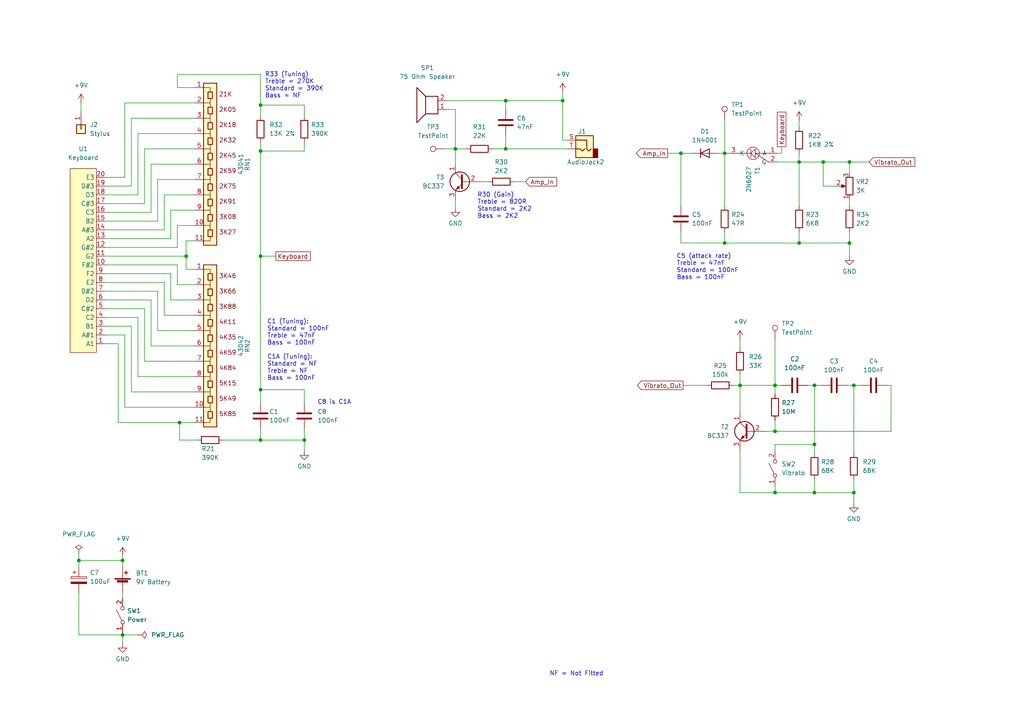
<source format=kicad_sch>
(kicad_sch (version 20211123) (generator eeschema)
  (paper "A4")
  (title_block (title "Original 1968 Stylophone") (date "2023-01-31") (rev "2_1") (company "https://www.waitingforfriday.com") (comment 1 "(c) 2023 Simon Inns") (comment 2 "License: Attribution-ShareAlike 4.0 International (CC BY-SA 4.0)"))
  (lib_symbols
    (symbol "Connector:AudioJack2"
      (property "Reference" "J" (at 0 8.89 0))
      (property "Value" "AudioJack2" (at 0 6.35 0))
      (symbol "AudioJack2_0_1"
        (rectangle (start -3.81 0) (end -2.54 -2.54) (stroke (width 0.254)) (fill (type outline)))
        (rectangle (start -2.54 3.81) (end 2.54 -2.54) (stroke (width 0.254)) (fill (type background)))
        (polyline (pts (xy 0 0) (xy 0.635 -0.635) (xy 1.27 0) (xy 2.54 0)) (stroke (width 0.254)))
        (polyline (pts (xy 2.54 2.54) (xy -0.635 2.54) (xy -0.635 0) (xy -1.27 -0.635) (xy -1.905 0)) (stroke (width 0.254)))
      )
      (symbol "AudioJack2_1_1"
        (pin passive line (at 5.08 2.54 180) (length 2.54) (name "~") (number "S"))
        (pin passive line (at 5.08 0 180) (length 2.54) (name "~") (number "T"))
      )
    )
    (symbol "Connector:TestPoint" (pin_numbers hide) (pin_names (offset 0.762) hide)
      (property "Reference" "TP" (at 0 6.858 0))
      (property "Value" "TestPoint" (at 0 5.08 0))
      (symbol "TestPoint_0_1"
        (circle (center 0 3.302) (radius 0.762))
      )
      (symbol "TestPoint_1_1"
        (pin passive line (at 0 0 90) (length 2.54) (name "1") (number "1"))
      )
    )
    (symbol "Connector_Generic:Conn_01x01" (pin_names (offset 1.016) hide)
      (property "Reference" "J" (at 0 2.54 0))
      (property "Value" "Conn_01x01" (at 0 -2.54 0))
      (symbol "Conn_01x01_1_1"
        (rectangle (start -1.27 0.127) (end 0 -0.127) (stroke (width 0.1524)))
        (rectangle (start -1.27 1.27) (end 1.27 -1.27) (stroke (width 0.254)) (fill (type background)))
        (pin passive line (at -5.08 0 0) (length 3.81) (name "Pin_1") (number "1"))
      )
    )
    (symbol "Device:Battery_Cell" (pin_numbers hide) (pin_names (offset 0) hide)
      (property "Reference" "BT" (at 2.54 2.54 0))
      (property "Value" "Battery_Cell" (at 2.54 0 0))
      (symbol "Battery_Cell_0_1"
        (rectangle (start -2.286 1.778) (end 2.286 1.524) (fill (type outline)))
        (rectangle (start -1.5748 1.1938) (end 1.4732 0.6858) (fill (type outline)))
        (polyline (pts (xy 0 0.762) (xy 0 0)))
        (polyline (pts (xy 0 1.778) (xy 0 2.54)))
        (polyline (pts (xy 0.508 3.429) (xy 1.524 3.429)) (stroke (width 0.254)))
        (polyline (pts (xy 1.016 3.937) (xy 1.016 2.921)) (stroke (width 0.254)))
      )
      (symbol "Battery_Cell_1_1"
        (pin passive line (at 0 5.08 270) (length 2.54) (name "+") (number "1"))
        (pin passive line (at 0 -2.54 90) (length 2.54) (name "-") (number "2"))
      )
    )
    (symbol "Device:C" (pin_numbers hide) (pin_names (offset 0.254))
      (property "Reference" "C" (at 0.635 2.54 0))
      (property "Value" "C" (at 0.635 -2.54 0))
      (symbol "C_0_1"
        (polyline (pts (xy -2.032 -0.762) (xy 2.032 -0.762)) (stroke (width 0.508)))
        (polyline (pts (xy -2.032 0.762) (xy 2.032 0.762)) (stroke (width 0.508)))
      )
      (symbol "C_1_1"
        (pin passive line (at 0 3.81 270) (length 2.794) (name "~") (number "1"))
        (pin passive line (at 0 -3.81 90) (length 2.794) (name "~") (number "2"))
      )
    )
    (symbol "Device:C_Polarized" (pin_numbers hide) (pin_names (offset 0.254))
      (property "Reference" "C" (at 0.635 2.54 0))
      (property "Value" "C_Polarized" (at 0.635 -2.54 0))
      (symbol "C_Polarized_0_1"
        (rectangle (start -2.286 0.508) (end 2.286 1.016))
        (polyline (pts (xy -1.778 2.286) (xy -0.762 2.286)))
        (polyline (pts (xy -1.27 2.794) (xy -1.27 1.778)))
        (rectangle (start 2.286 -0.508) (end -2.286 -1.016) (fill (type outline)))
      )
      (symbol "C_Polarized_1_1"
        (pin passive line (at 0 3.81 270) (length 2.794) (name "~") (number "1"))
        (pin passive line (at 0 -3.81 90) (length 2.794) (name "~") (number "2"))
      )
    )
    (symbol "Device:R" (pin_numbers hide) (pin_names (offset 0))
      (property "Reference" "R" (at 2.032 0 90))
      (property "Value" "R" (at 0 0 90))
      (symbol "R_0_1"
        (rectangle (start -1.016 -2.54) (end 1.016 2.54) (stroke (width 0.254)))
      )
      (symbol "R_1_1"
        (pin passive line (at 0 3.81 270) (length 1.27) (name "~") (number "1"))
        (pin passive line (at 0 -3.81 90) (length 1.27) (name "~") (number "2"))
      )
    )
    (symbol "Device:R_Potentiometer" (pin_names (offset 1.016) hide)
      (property "Reference" "RV" (at -4.445 0 90))
      (property "Value" "R_Potentiometer" (at -2.54 0 90))
      (symbol "R_Potentiometer_0_1"
        (polyline (pts (xy 2.54 0) (xy 1.524 0)))
        (polyline (pts (xy 1.143 0) (xy 2.286 0.508) (xy 2.286 -0.508) (xy 1.143 0)) (fill (type outline)))
        (rectangle (start 1.016 2.54) (end -1.016 -2.54) (stroke (width 0.254)))
      )
      (symbol "R_Potentiometer_1_1"
        (pin passive line (at 0 3.81 270) (length 1.27) (name "1") (number "1"))
        (pin passive line (at 3.81 0 180) (length 1.27) (name "2") (number "2"))
        (pin passive line (at 0 -3.81 90) (length 1.27) (name "3") (number "3"))
      )
    )
    (symbol "Device:Speaker" (pin_names (offset 0) hide)
      (property "Reference" "LS" (at 1.27 5.715 0))
      (property "Value" "Speaker" (at 1.27 3.81 0))
      (symbol "Speaker_0_0"
        (rectangle (start -2.54 1.27) (end 1.016 -3.81) (stroke (width 0.254)))
        (polyline (pts (xy 1.016 1.27) (xy 3.556 3.81) (xy 3.556 -6.35) (xy 1.016 -3.81)) (stroke (width 0.254)))
      )
      (symbol "Speaker_1_1"
        (pin input line (at -5.08 0 0) (length 2.54) (name "1") (number "1"))
        (pin input line (at -5.08 -2.54 0) (length 2.54) (name "2") (number "2"))
      )
    )
    (symbol "Diode:1N4001" (pin_numbers hide) (pin_names hide)
      (property "Reference" "D" (at 0 2.54 0))
      (property "Value" "1N4001" (at 0 -2.54 0))
      (symbol "1N4001_0_1"
        (polyline (pts (xy -1.27 1.27) (xy -1.27 -1.27)) (stroke (width 0.254)))
        (polyline (pts (xy 1.27 0) (xy -1.27 0)))
        (polyline (pts (xy 1.27 1.27) (xy 1.27 -1.27) (xy -1.27 0) (xy 1.27 1.27)) (stroke (width 0.254)))
      )
      (symbol "1N4001_1_1"
        (pin passive line (at -3.81 0 0) (length 2.54) (name "K") (number "1"))
        (pin passive line (at 3.81 0 180) (length 2.54) (name "A") (number "2"))
      )
    )
    (symbol "PUT:2N6027"
      (property "Reference" "U" (at 0 0 0))
      (property "Value" "2N6027" (at 0 0 0))
      (symbol "2N6027_0_1"
        (circle (center -0.635 0) (radius 1.7961))
        (polyline (pts (xy -5.08 0) (xy -2.54 0)))
        (polyline (pts (xy -1.27 0) (xy -2.54 0)))
        (polyline (pts (xy -1.27 1.27) (xy -1.27 -1.27)))
        (polyline (pts (xy 0 0) (xy 1.27 0)))
        (polyline (pts (xy 1.27 0) (xy 3.81 0)))
        (polyline (pts (xy 3.81 2.54) (xy 0 0)))
        (polyline (pts (xy -1.27 0) (xy 0 1.27) (xy 0 -1.27) (xy -1.27 0)))
      )
      (symbol "2N6027_1_1"
        (pin passive line (at 6.35 0 180) (length 2.54) (name "A") (number "1"))
        (pin passive line (at 6.35 2.54 180) (length 2.54) (name "G") (number "2"))
        (pin passive line (at -7.62 0 0) (length 2.54) (name "K") (number "3"))
      )
    )
    (symbol "Stylophone:Keyboard"
      (property "Reference" "U" (at -3.81 26.67 0))
      (property "Value" "Keyboard" (at 0 29.21 0))
      (symbol "Keyboard_0_1"
        (rectangle (start -3.81 25.4) (end 3.81 -27.94) (fill (type background)))
      )
      (symbol "Keyboard_1_1"
        (pin passive line (at -6.35 22.86 0) (length 2.54) (name "A1") (number "1"))
        (pin passive line (at -6.35 0 0) (length 2.54) (name "F#2") (number "10"))
        (pin passive line (at -6.35 -2.54 0) (length 2.54) (name "G2") (number "11"))
        (pin passive line (at -6.35 -5.08 0) (length 2.54) (name "G#2") (number "12"))
        (pin passive line (at -6.35 -7.62 0) (length 2.54) (name "A2") (number "13"))
        (pin passive line (at -6.35 -10.16 0) (length 2.54) (name "A#3") (number "14"))
        (pin passive line (at -6.35 -12.7 0) (length 2.54) (name "B2") (number "15"))
        (pin passive line (at -6.35 -15.24 0) (length 2.54) (name "C3") (number "16"))
        (pin passive line (at -6.35 -17.78 0) (length 2.54) (name "C#3") (number "17"))
        (pin passive line (at -6.35 -20.32 0) (length 2.54) (name "D3") (number "18"))
        (pin passive line (at -6.35 -22.86 0) (length 2.54) (name "D#3") (number "19"))
        (pin passive line (at -6.35 20.32 0) (length 2.54) (name "A#1") (number "2"))
        (pin passive line (at -6.35 -25.4 0) (length 2.54) (name "E3") (number "20"))
        (pin passive line (at -6.35 17.78 0) (length 2.54) (name "B1") (number "3"))
        (pin passive line (at -6.35 15.24 0) (length 2.54) (name "C2") (number "4"))
        (pin passive line (at -6.35 12.7 0) (length 2.54) (name "C#2") (number "5"))
        (pin passive line (at -6.35 10.16 0) (length 2.54) (name "D2") (number "6"))
        (pin passive line (at -6.35 7.62 0) (length 2.54) (name "D#2") (number "7"))
        (pin passive line (at -6.35 5.08 0) (length 2.54) (name "E2") (number "8"))
        (pin passive line (at -6.35 2.54 0) (length 2.54) (name "F2") (number "9"))
      )
    )
    (symbol "Switch:SW_SPST" (pin_names (offset 0) hide)
      (property "Reference" "SW" (at 0 3.175 0))
      (property "Value" "SW_SPST" (at 0 -2.54 0))
      (symbol "SW_SPST_0_0"
        (circle (center -2.032 0) (radius 0.508))
        (polyline (pts (xy -1.524 0.254) (xy 1.524 1.778)))
        (circle (center 2.032 0) (radius 0.508))
      )
      (symbol "SW_SPST_1_1"
        (pin passive line (at -5.08 0 0) (length 2.54) (name "A") (number "1"))
        (pin passive line (at 5.08 0 180) (length 2.54) (name "B") (number "2"))
      )
    )
    (symbol "Transistor_BJT:BC337" (pin_names (offset 0) hide)
      (property "Reference" "Q" (at 5.08 1.905 0))
      (property "Value" "BC337" (at 5.08 0 0))
      (symbol "BC337_0_1"
        (polyline (pts (xy 0 0) (xy 0.635 0)))
        (polyline (pts (xy 0.635 0.635) (xy 2.54 2.54)))
        (polyline (pts (xy 0.635 -0.635) (xy 2.54 -2.54) (xy 2.54 -2.54)))
        (polyline (pts (xy 0.635 1.905) (xy 0.635 -1.905) (xy 0.635 -1.905)) (stroke (width 0.508)))
        (polyline (pts (xy 1.27 -1.778) (xy 1.778 -1.27) (xy 2.286 -2.286) (xy 1.27 -1.778) (xy 1.27 -1.778)) (fill (type outline)))
        (circle (center 1.27 0) (radius 2.8194) (stroke (width 0.254)))
      )
      (symbol "BC337_1_1"
        (pin passive line (at 2.54 5.08 270) (length 2.54) (name "C") (number "1"))
        (pin input line (at -5.08 0 0) (length 5.08) (name "B") (number "2"))
        (pin passive line (at 2.54 -5.08 90) (length 2.54) (name "E") (number "3"))
      )
    )
    (symbol "power:+9V" (power) (pin_names (offset 0))
      (property "Value" "+9V" (at 0 3.556 0))
      (symbol "+9V_0_1"
        (polyline (pts (xy -0.762 1.27) (xy 0 2.54)))
        (polyline (pts (xy 0 0) (xy 0 2.54)))
        (polyline (pts (xy 0 2.54) (xy 0.762 1.27)))
      )
      (symbol "+9V_1_1"
        (pin power_in line (at 0 0 90) (length 0) hide (name "+9V") (number "1"))
      )
    )
    (symbol "power:GND" (power) (pin_names (offset 0))
      (property "Value" "GND" (at 0 -3.81 0))
      (symbol "GND_0_1"
        (polyline (pts (xy 0 0) (xy 0 -1.27) (xy 1.27 -1.27) (xy 0 -2.54) (xy -1.27 -1.27) (xy 0 -1.27)))
      )
      (symbol "GND_1_1"
        (pin power_in line (at 0 0 270) (length 0) hide (name "GND") (number "1"))
      )
    )
    (symbol "power:PWR_FLAG" (power) (pin_numbers hide) (pin_names (offset 0) hide)
      (property "Value" "PWR_FLAG" (at 0 3.81 0))
      (symbol "PWR_FLAG_0_0"
        (pin power_out line (at 0 0 90) (length 0) (name "pwr") (number "1"))
      )
      (symbol "PWR_FLAG_0_1"
        (polyline (pts (xy 0 0) (xy 0 1.27) (xy -1.016 1.905) (xy 0 2.54) (xy 1.016 1.905) (xy 0 1.27)))
      )
    )
    (symbol "stylophone_modules:43041" (pin_names (offset 0) hide)
      (property "Reference" "RN" (at -25.4 -0.635 90))
      (property "Value" "43041" (at 26.035 0 90))
      (symbol "43041_0_0"
        (text "21K" (at -20.32 4.445 900) (effects (font (size 1.27 1.27))))
        (text "2K05" (at -15.875 5.08 900) (effects (font (size 1.27 1.27))))
        (text "2K18" (at -11.43 5.08 900) (effects (font (size 1.27 1.27))))
        (text "2K32" (at -6.985 5.08 900) (effects (font (size 1.27 1.27))))
        (text "2K45" (at -2.54 5.08 900) (effects (font (size 1.27 1.27))))
        (text "2K59" (at 1.905 5.08 900) (effects (font (size 1.27 1.27))))
        (text "2K75" (at 6.35 5.08 900) (effects (font (size 1.27 1.27))))
        (text "2K91" (at 10.795 5.08 900) (effects (font (size 1.27 1.27))))
        (text "3K08" (at 15.24 5.08 900) (effects (font (size 1.27 1.27))))
        (text "3K27" (at 19.685 5.08 900) (effects (font (size 1.27 1.27))))
      )
      (symbol "43041_0_1"
        (rectangle (start -23.495 1.905) (end 23.495 -1.905) (stroke (width 0.254)) (fill (type background)))
        (rectangle (start -20.955 0.635) (end -19.05 -0.635) (stroke (width 0.254)))
        (rectangle (start -16.51 0.635) (end -14.605 -0.635) (stroke (width 0.254)))
        (rectangle (start -12.065 0.635) (end -10.16 -0.635) (stroke (width 0.254)))
        (rectangle (start -7.62 0.635) (end -5.715 -0.635) (stroke (width 0.254)))
        (rectangle (start -3.175 0.635) (end -1.27 -0.635) (stroke (width 0.254)))
        (polyline (pts (xy -20.955 0) (xy -21.59 0)))
        (polyline (pts (xy -18.415 0) (xy -19.05 0)))
        (polyline (pts (xy -18.415 0) (xy -17.145 0)))
        (polyline (pts (xy -17.78 0) (xy -17.78 -1.905)))
        (polyline (pts (xy -16.51 0) (xy -17.145 0)))
        (polyline (pts (xy -13.97 0) (xy -14.605 0)))
        (polyline (pts (xy -13.97 0) (xy -12.7 0)))
        (polyline (pts (xy -13.335 0) (xy -13.335 -1.905)))
        (polyline (pts (xy -12.065 0) (xy -12.7 0)))
        (polyline (pts (xy -9.525 0) (xy -10.16 0)))
        (polyline (pts (xy -9.525 0) (xy -8.255 0)))
        (polyline (pts (xy -8.89 0) (xy -8.89 -1.905)))
        (polyline (pts (xy -7.62 0) (xy -8.255 0)))
        (polyline (pts (xy -5.08 0) (xy -5.715 0)))
        (polyline (pts (xy -5.08 0) (xy -3.81 0)))
        (polyline (pts (xy -4.445 0) (xy -4.445 -1.905)))
        (polyline (pts (xy -3.175 0) (xy -3.81 0)))
        (polyline (pts (xy -0.635 0) (xy -1.27 0)))
        (polyline (pts (xy -0.635 0) (xy 0.635 0)))
        (polyline (pts (xy 0 0) (xy 0 -1.905)))
        (polyline (pts (xy 1.27 0) (xy 0.635 0)))
        (polyline (pts (xy 3.81 0) (xy 3.175 0)))
        (polyline (pts (xy 3.81 0) (xy 5.08 0)))
        (polyline (pts (xy 4.445 0) (xy 4.445 -1.905)))
        (polyline (pts (xy 5.715 0) (xy 5.08 0)))
        (polyline (pts (xy 8.255 0) (xy 7.62 0)))
        (polyline (pts (xy 8.255 0) (xy 9.525 0)))
        (polyline (pts (xy 8.89 0) (xy 8.89 -1.905)))
        (polyline (pts (xy 10.16 0) (xy 9.525 0)))
        (polyline (pts (xy 12.7 0) (xy 12.065 0)))
        (polyline (pts (xy 12.7 0) (xy 13.97 0)))
        (polyline (pts (xy 13.335 0) (xy 13.335 -1.905)))
        (polyline (pts (xy 14.605 0) (xy 13.97 0)))
        (polyline (pts (xy 17.145 0) (xy 16.51 0)))
        (polyline (pts (xy 17.145 0) (xy 18.415 0)))
        (polyline (pts (xy 17.78 0) (xy 17.78 -1.905)))
        (polyline (pts (xy 19.05 0) (xy 18.415 0)))
        (polyline (pts (xy 21.59 0) (xy 20.955 0)))
        (polyline (pts (xy -21.59 0) (xy -22.225 0) (xy -22.225 -1.905)))
        (polyline (pts (xy 21.59 0) (xy 22.225 0) (xy 22.225 -1.905)))
        (rectangle (start 1.27 0.635) (end 3.175 -0.635) (stroke (width 0.254)))
        (rectangle (start 5.715 0.635) (end 7.62 -0.635) (stroke (width 0.254)))
        (rectangle (start 10.16 0.635) (end 12.065 -0.635) (stroke (width 0.254)))
        (rectangle (start 14.605 0.635) (end 16.51 -0.635) (stroke (width 0.254)))
        (rectangle (start 19.05 0.635) (end 20.955 -0.635) (stroke (width 0.254)))
      )
      (symbol "43041_1_1"
        (pin passive line (at -22.225 -4.445 90) (length 2.54) (name "R1.1") (number "1"))
        (pin passive line (at 17.78 -4.445 90) (length 2.54) (name "R10.1") (number "10"))
        (pin passive line (at 22.225 -4.445 90) (length 2.54) (name "R10.2") (number "11"))
        (pin passive line (at -17.78 -4.445 90) (length 2.54) (name "R2.1") (number "2"))
        (pin passive line (at -13.335 -4.445 90) (length 2.54) (name "R3.1") (number "3"))
        (pin passive line (at -8.89 -4.445 90) (length 2.54) (name "R4.1") (number "4"))
        (pin passive line (at -4.445 -4.445 90) (length 2.54) (name "R5.1") (number "5"))
        (pin passive line (at 0 -4.445 90) (length 2.54) (name "R6.1") (number "6"))
        (pin passive line (at 4.445 -4.445 90) (length 2.54) (name "R7.1") (number "7"))
        (pin passive line (at 8.89 -4.445 90) (length 2.54) (name "R8.1") (number "8"))
        (pin passive line (at 13.335 -4.445 90) (length 2.54) (name "R9.1") (number "9"))
      )
    )
    (symbol "stylophone_modules:43042" (pin_names (offset 0) hide)
      (property "Reference" "RN" (at -25.4 -0.635 90))
      (property "Value" "43042" (at 26.035 0 90))
      (symbol "43042_0_0"
        (text "3K46" (at -20.32 5.08 900) (effects (font (size 1.27 1.27))))
        (text "3K66" (at -15.875 5.08 900) (effects (font (size 1.27 1.27))))
        (text "3K88" (at -11.43 5.08 900) (effects (font (size 1.27 1.27))))
        (text "4K11" (at -6.985 5.08 900) (effects (font (size 1.27 1.27))))
        (text "4K35" (at -2.54 5.08 900) (effects (font (size 1.27 1.27))))
        (text "4K59" (at 1.905 5.08 900) (effects (font (size 1.27 1.27))))
        (text "4K84" (at 6.35 5.08 900) (effects (font (size 1.27 1.27))))
        (text "5K15" (at 10.795 5.08 900) (effects (font (size 1.27 1.27))))
        (text "5K49" (at 15.24 5.08 900) (effects (font (size 1.27 1.27))))
        (text "5K85" (at 19.685 5.08 900) (effects (font (size 1.27 1.27))))
      )
      (symbol "43042_0_1"
        (rectangle (start -23.495 1.905) (end 23.495 -1.905) (stroke (width 0.254)) (fill (type background)))
        (rectangle (start -20.955 0.635) (end -19.05 -0.635) (stroke (width 0.254)))
        (rectangle (start -16.51 0.635) (end -14.605 -0.635) (stroke (width 0.254)))
        (rectangle (start -12.065 0.635) (end -10.16 -0.635) (stroke (width 0.254)))
        (rectangle (start -7.62 0.635) (end -5.715 -0.635) (stroke (width 0.254)))
        (rectangle (start -3.175 0.635) (end -1.27 -0.635) (stroke (width 0.254)))
        (polyline (pts (xy -20.955 0) (xy -21.59 0)))
        (polyline (pts (xy -18.415 0) (xy -19.05 0)))
        (polyline (pts (xy -18.415 0) (xy -17.145 0)))
        (polyline (pts (xy -17.78 0) (xy -17.78 -1.905)))
        (polyline (pts (xy -16.51 0) (xy -17.145 0)))
        (polyline (pts (xy -13.97 0) (xy -14.605 0)))
        (polyline (pts (xy -13.97 0) (xy -12.7 0)))
        (polyline (pts (xy -13.335 0) (xy -13.335 -1.905)))
        (polyline (pts (xy -12.065 0) (xy -12.7 0)))
        (polyline (pts (xy -9.525 0) (xy -10.16 0)))
        (polyline (pts (xy -9.525 0) (xy -8.255 0)))
        (polyline (pts (xy -8.89 0) (xy -8.89 -1.905)))
        (polyline (pts (xy -7.62 0) (xy -8.255 0)))
        (polyline (pts (xy -5.08 0) (xy -5.715 0)))
        (polyline (pts (xy -5.08 0) (xy -3.81 0)))
        (polyline (pts (xy -4.445 0) (xy -4.445 -1.905)))
        (polyline (pts (xy -3.175 0) (xy -3.81 0)))
        (polyline (pts (xy -0.635 0) (xy -1.27 0)))
        (polyline (pts (xy -0.635 0) (xy 0.635 0)))
        (polyline (pts (xy 0 0) (xy 0 -1.905)))
        (polyline (pts (xy 1.27 0) (xy 0.635 0)))
        (polyline (pts (xy 3.81 0) (xy 3.175 0)))
        (polyline (pts (xy 3.81 0) (xy 5.08 0)))
        (polyline (pts (xy 4.445 0) (xy 4.445 -1.905)))
        (polyline (pts (xy 5.715 0) (xy 5.08 0)))
        (polyline (pts (xy 8.255 0) (xy 7.62 0)))
        (polyline (pts (xy 8.255 0) (xy 9.525 0)))
        (polyline (pts (xy 8.89 0) (xy 8.89 -1.905)))
        (polyline (pts (xy 10.16 0) (xy 9.525 0)))
        (polyline (pts (xy 12.7 0) (xy 12.065 0)))
        (polyline (pts (xy 12.7 0) (xy 13.97 0)))
        (polyline (pts (xy 13.335 0) (xy 13.335 -1.905)))
        (polyline (pts (xy 14.605 0) (xy 13.97 0)))
        (polyline (pts (xy 17.145 0) (xy 16.51 0)))
        (polyline (pts (xy 17.145 0) (xy 18.415 0)))
        (polyline (pts (xy 17.78 0) (xy 17.78 -1.905)))
        (polyline (pts (xy 19.05 0) (xy 18.415 0)))
        (polyline (pts (xy 21.59 0) (xy 20.955 0)))
        (polyline (pts (xy -21.59 0) (xy -22.225 0) (xy -22.225 -1.905)))
        (polyline (pts (xy 21.59 0) (xy 22.225 0) (xy 22.225 -1.905)))
        (rectangle (start 1.27 0.635) (end 3.175 -0.635) (stroke (width 0.254)))
        (rectangle (start 5.715 0.635) (end 7.62 -0.635) (stroke (width 0.254)))
        (rectangle (start 10.16 0.635) (end 12.065 -0.635) (stroke (width 0.254)))
        (rectangle (start 14.605 0.635) (end 16.51 -0.635) (stroke (width 0.254)))
        (rectangle (start 19.05 0.635) (end 20.955 -0.635) (stroke (width 0.254)))
      )
      (symbol "43042_1_1"
        (pin passive line (at -22.225 -4.445 90) (length 2.54) (name "R1.1") (number "1"))
        (pin passive line (at 17.78 -4.445 90) (length 2.54) (name "R10.1") (number "10"))
        (pin passive line (at 22.225 -4.445 90) (length 2.54) (name "R10.2") (number "11"))
        (pin passive line (at -17.78 -4.445 90) (length 2.54) (name "R2.1") (number "2"))
        (pin passive line (at -13.335 -4.445 90) (length 2.54) (name "R3.1") (number "3"))
        (pin passive line (at -8.89 -4.445 90) (length 2.54) (name "R4.1") (number "4"))
        (pin passive line (at -4.445 -4.445 90) (length 2.54) (name "R5.1") (number "5"))
        (pin passive line (at 0 -4.445 90) (length 2.54) (name "R6.1") (number "6"))
        (pin passive line (at 4.445 -4.445 90) (length 2.54) (name "R7.1") (number "7"))
        (pin passive line (at 8.89 -4.445 90) (length 2.54) (name "R8.1") (number "8"))
        (pin passive line (at 13.335 -4.445 90) (length 2.54) (name "R9.1") (number "9"))
      )
    )
  )
  (junction (at 35.56 184.15))
  (junction (at 53.975 74.295))
  (junction (at 22.86 162.56))
  (junction (at 52.07 122.555))
  (junction (at 75.565 113.03))
  (junction (at 75.565 30.48))
  (junction (at 231.775 46.99))
  (junction (at 224.79 111.76))
  (junction (at 132.08 43.18))
  (junction (at 238.76 46.99))
  (junction (at 88.265 127.635))
  (junction (at 247.65 111.76))
  (junction (at 246.38 70.485))
  (junction (at 163.195 29.21))
  (junction (at 224.79 125.095))
  (junction (at 224.79 142.875))
  (junction (at 231.775 70.485))
  (junction (at 214.63 111.76))
  (junction (at 35.56 162.56))
  (junction (at 197.485 44.45))
  (junction (at 246.38 46.99))
  (junction (at 146.685 43.18))
  (junction (at 210.185 70.485))
  (junction (at 247.65 142.875))
  (junction (at 75.565 43.815))
  (junction (at 75.565 74.295))
  (junction (at 236.22 128.905))
  (junction (at 210.185 44.45))
  (junction (at 236.22 111.76))
  (junction (at 75.565 127.635))
  (junction (at 236.22 142.875))
  (junction (at 146.685 29.21))
  (wire (pts (xy 225.425 46.99) (xy 231.775 46.99)))
  (wire (pts (xy 88.265 113.03) (xy 75.565 113.03)))
  (wire (pts (xy 30.48 99.695) (xy 34.29 99.695)))
  (wire (pts (xy 35.56 172.085) (xy 35.56 173.355)))
  (wire (pts (xy 210.185 44.45) (xy 211.455 44.45)))
  (wire (pts (xy 246.38 50.165) (xy 246.38 46.99)))
  (wire (pts (xy 146.685 43.18) (xy 146.685 39.37)))
  (wire (pts (xy 245.745 111.76) (xy 247.65 111.76)))
  (wire (pts (xy 258.445 125.095) (xy 224.79 125.095)))
  (wire (pts (xy 236.22 139.065) (xy 236.22 142.875)))
  (wire (pts (xy 236.22 142.875) (xy 247.65 142.875)))
  (wire (pts (xy 75.565 127.635) (xy 88.265 127.635)))
  (wire (pts (xy 45.72 64.135) (xy 30.48 64.135)))
  (wire (pts (xy 52.07 122.555) (xy 56.515 122.555)))
  (wire (pts (xy 22.86 164.465) (xy 22.86 162.56)))
  (wire (pts (xy 56.515 43.18) (xy 41.91 43.18)))
  (wire (pts (xy 210.185 67.31) (xy 210.185 70.485)))
  (wire (pts (xy 30.48 86.995) (xy 43.815 86.995)))
  (wire (pts (xy 30.48 76.835) (xy 51.435 76.835)))
  (wire (pts (xy 45.72 52.07) (xy 45.72 64.135)))
  (wire (pts (xy 56.515 34.29) (xy 38.1 34.29)))
  (wire (pts (xy 163.195 26.67) (xy 163.195 29.21)))
  (wire (pts (xy 75.565 74.295) (xy 75.565 113.03)))
  (wire (pts (xy 246.38 46.99) (xy 238.76 46.99)))
  (wire (pts (xy 222.25 125.095) (xy 224.79 125.095)))
  (wire (pts (xy 214.63 111.76) (xy 214.63 120.015)))
  (wire (pts (xy 34.29 99.695) (xy 34.29 122.555)))
  (wire (pts (xy 52.07 127.635) (xy 52.07 122.555)))
  (wire (pts (xy 75.565 30.48) (xy 75.565 33.655)))
  (wire (pts (xy 242.57 53.975) (xy 238.76 53.975)))
  (wire (pts (xy 51.435 82.55) (xy 56.515 82.55)))
  (wire (pts (xy 193.675 44.45) (xy 197.485 44.45)))
  (wire (pts (xy 247.65 142.875) (xy 247.65 146.05)))
  (wire (pts (xy 47.625 66.675) (xy 30.48 66.675)))
  (wire (pts (xy 35.56 183.515) (xy 35.56 184.15)))
  (wire (pts (xy 30.48 97.155) (xy 36.195 97.155)))
  (wire (pts (xy 247.65 111.76) (xy 249.555 111.76)))
  (wire (pts (xy 224.79 140.97) (xy 224.79 142.875)))
  (wire (pts (xy 22.86 160.655) (xy 22.86 162.56)))
  (wire (pts (xy 35.56 184.15) (xy 40.005 184.15)))
  (wire (pts (xy 75.565 41.275) (xy 75.565 43.815)))
  (wire (pts (xy 56.515 100.33) (xy 43.815 100.33)))
  (wire (pts (xy 38.1 34.29) (xy 38.1 53.975)))
  (wire (pts (xy 40.005 56.515) (xy 30.48 56.515)))
  (wire (pts (xy 246.38 57.785) (xy 246.38 59.69)))
  (wire (pts (xy 75.565 43.815) (xy 75.565 74.295)))
  (wire (pts (xy 236.22 128.905) (xy 236.22 131.445)))
  (wire (pts (xy 208.28 44.45) (xy 210.185 44.45)))
  (wire (pts (xy 132.08 31.75) (xy 129.54 31.75)))
  (wire (pts (xy 35.56 161.29) (xy 35.56 162.56)))
  (wire (pts (xy 36.195 97.155) (xy 36.195 118.11)))
  (wire (pts (xy 41.91 89.535) (xy 41.91 104.775)))
  (wire (pts (xy 246.38 70.485) (xy 246.38 74.295)))
  (wire (pts (xy 75.565 43.815) (xy 88.265 43.815)))
  (wire (pts (xy 214.63 111.76) (xy 214.63 108.585)))
  (wire (pts (xy 56.515 47.625) (xy 43.815 47.625)))
  (wire (pts (xy 149.225 52.705) (xy 152.4 52.705)))
  (wire (pts (xy 231.775 70.485) (xy 246.38 70.485)))
  (wire (pts (xy 38.1 53.975) (xy 30.48 53.975)))
  (wire (pts (xy 53.975 74.295) (xy 30.48 74.295)))
  (wire (pts (xy 38.1 94.615) (xy 38.1 113.665)))
  (wire (pts (xy 30.48 92.075) (xy 40.005 92.075)))
  (wire (pts (xy 49.53 79.375) (xy 49.53 86.995)))
  (wire (pts (xy 36.195 118.11) (xy 56.515 118.11)))
  (wire (pts (xy 224.79 98.425) (xy 224.79 111.76)))
  (wire (pts (xy 146.685 29.21) (xy 163.195 29.21)))
  (wire (pts (xy 236.22 111.76) (xy 236.22 128.905)))
  (wire (pts (xy 56.515 95.885) (xy 45.72 95.885)))
  (wire (pts (xy 41.91 43.18) (xy 41.91 59.055)))
  (wire (pts (xy 246.38 46.99) (xy 252.095 46.99)))
  (wire (pts (xy 210.185 70.485) (xy 231.775 70.485)))
  (wire (pts (xy 47.625 56.515) (xy 47.625 66.675)))
  (wire (pts (xy 246.38 67.31) (xy 246.38 70.485)))
  (wire (pts (xy 56.515 69.85) (xy 53.975 69.85)))
  (wire (pts (xy 56.515 86.995) (xy 49.53 86.995)))
  (wire (pts (xy 258.445 111.76) (xy 258.445 125.095)))
  (wire (pts (xy 197.485 67.31) (xy 197.485 70.485)))
  (wire (pts (xy 30.48 81.915) (xy 47.625 81.915)))
  (wire (pts (xy 57.15 127.635) (xy 52.07 127.635)))
  (wire (pts (xy 56.515 65.405) (xy 51.435 65.405)))
  (wire (pts (xy 139.7 52.705) (xy 141.605 52.705)))
  (wire (pts (xy 75.565 124.46) (xy 75.565 127.635)))
  (wire (pts (xy 231.775 44.45) (xy 231.775 46.99)))
  (wire (pts (xy 56.515 52.07) (xy 45.72 52.07)))
  (wire (pts (xy 224.79 121.92) (xy 224.79 125.095)))
  (wire (pts (xy 30.48 89.535) (xy 41.91 89.535)))
  (wire (pts (xy 224.79 111.76) (xy 214.63 111.76)))
  (wire (pts (xy 226.695 44.45) (xy 225.425 44.45)))
  (wire (pts (xy 43.815 47.625) (xy 43.815 61.595)))
  (wire (pts (xy 197.485 44.45) (xy 200.66 44.45)))
  (wire (pts (xy 214.63 142.875) (xy 224.79 142.875)))
  (wire (pts (xy 88.265 30.48) (xy 88.265 33.655)))
  (wire (pts (xy 64.77 127.635) (xy 75.565 127.635)))
  (wire (pts (xy 238.76 53.975) (xy 238.76 46.99)))
  (wire (pts (xy 23.495 29.845) (xy 23.495 32.385)))
  (wire (pts (xy 75.565 21.59) (xy 75.565 30.48)))
  (wire (pts (xy 197.485 44.45) (xy 197.485 59.69)))
  (wire (pts (xy 224.79 142.875) (xy 236.22 142.875)))
  (wire (pts (xy 231.775 67.31) (xy 231.775 70.485)))
  (wire (pts (xy 56.515 29.845) (xy 36.195 29.845)))
  (wire (pts (xy 41.91 59.055) (xy 30.48 59.055)))
  (wire (pts (xy 88.265 43.815) (xy 88.265 41.275)))
  (wire (pts (xy 214.63 98.425) (xy 214.63 100.965)))
  (wire (pts (xy 224.79 111.76) (xy 226.695 111.76)))
  (wire (pts (xy 40.005 92.075) (xy 40.005 109.22)))
  (wire (pts (xy 51.435 25.4) (xy 51.435 21.59)))
  (wire (pts (xy 231.775 46.99) (xy 238.76 46.99)))
  (wire (pts (xy 212.725 111.76) (xy 214.63 111.76)))
  (wire (pts (xy 51.435 71.755) (xy 30.48 71.755)))
  (wire (pts (xy 236.22 111.76) (xy 238.125 111.76)))
  (wire (pts (xy 30.48 84.455) (xy 45.72 84.455)))
  (wire (pts (xy 210.185 34.925) (xy 210.185 44.45)))
  (wire (pts (xy 35.56 184.15) (xy 35.56 186.69)))
  (wire (pts (xy 56.515 91.44) (xy 47.625 91.44)))
  (wire (pts (xy 51.435 21.59) (xy 75.565 21.59)))
  (wire (pts (xy 56.515 25.4) (xy 51.435 25.4)))
  (wire (pts (xy 164.465 40.64) (xy 163.195 40.64)))
  (wire (pts (xy 22.86 162.56) (xy 35.56 162.56)))
  (wire (pts (xy 36.195 51.435) (xy 30.48 51.435)))
  (wire (pts (xy 56.515 109.22) (xy 40.005 109.22)))
  (wire (pts (xy 43.815 61.595) (xy 30.48 61.595)))
  (wire (pts (xy 47.625 81.915) (xy 47.625 91.44)))
  (wire (pts (xy 53.975 78.105) (xy 56.515 78.105)))
  (wire (pts (xy 128.905 43.18) (xy 132.08 43.18)))
  (wire (pts (xy 36.195 29.845) (xy 36.195 51.435)))
  (wire (pts (xy 247.65 139.065) (xy 247.65 142.875)))
  (wire (pts (xy 49.53 69.215) (xy 30.48 69.215)))
  (wire (pts (xy 132.08 47.625) (xy 132.08 43.18)))
  (wire (pts (xy 198.12 111.76) (xy 205.105 111.76)))
  (wire (pts (xy 231.775 34.925) (xy 231.775 36.83)))
  (wire (pts (xy 142.875 43.18) (xy 146.685 43.18)))
  (wire (pts (xy 163.195 29.21) (xy 163.195 40.64)))
  (wire (pts (xy 132.08 43.18) (xy 132.08 31.75)))
  (wire (pts (xy 22.86 184.15) (xy 35.56 184.15)))
  (wire (pts (xy 231.775 46.99) (xy 231.775 59.69)))
  (wire (pts (xy 30.48 94.615) (xy 38.1 94.615)))
  (wire (pts (xy 53.975 74.295) (xy 53.975 78.105)))
  (wire (pts (xy 75.565 113.03) (xy 75.565 116.84)))
  (wire (pts (xy 75.565 30.48) (xy 88.265 30.48)))
  (wire (pts (xy 247.65 111.76) (xy 247.65 131.445)))
  (wire (pts (xy 210.185 44.45) (xy 210.185 59.69)))
  (wire (pts (xy 88.265 127.635) (xy 88.265 124.46)))
  (wire (pts (xy 34.29 122.555) (xy 52.07 122.555)))
  (wire (pts (xy 197.485 70.485) (xy 210.185 70.485)))
  (wire (pts (xy 56.515 113.665) (xy 38.1 113.665)))
  (wire (pts (xy 56.515 56.515) (xy 47.625 56.515)))
  (wire (pts (xy 132.08 57.785) (xy 132.08 60.325)))
  (wire (pts (xy 56.515 38.735) (xy 40.005 38.735)))
  (wire (pts (xy 35.56 162.56) (xy 35.56 164.465)))
  (wire (pts (xy 224.79 130.81) (xy 224.79 128.905)))
  (wire (pts (xy 45.72 84.455) (xy 45.72 95.885)))
  (wire (pts (xy 214.63 130.175) (xy 214.63 142.875)))
  (wire (pts (xy 51.435 76.835) (xy 51.435 82.55)))
  (wire (pts (xy 88.265 116.84) (xy 88.265 113.03)))
  (wire (pts (xy 75.565 74.295) (xy 80.01 74.295)))
  (wire (pts (xy 56.515 60.96) (xy 49.53 60.96)))
  (wire (pts (xy 146.685 43.18) (xy 164.465 43.18)))
  (wire (pts (xy 40.005 38.735) (xy 40.005 56.515)))
  (wire (pts (xy 224.79 114.3) (xy 224.79 111.76)))
  (wire (pts (xy 49.53 60.96) (xy 49.53 69.215)))
  (wire (pts (xy 226.695 42.545) (xy 226.695 44.45)))
  (wire (pts (xy 43.815 86.995) (xy 43.815 100.33)))
  (wire (pts (xy 22.86 172.085) (xy 22.86 184.15)))
  (wire (pts (xy 129.54 29.21) (xy 146.685 29.21)))
  (wire (pts (xy 146.685 29.21) (xy 146.685 31.75)))
  (wire (pts (xy 56.515 104.775) (xy 41.91 104.775)))
  (wire (pts (xy 51.435 65.405) (xy 51.435 71.755)))
  (wire (pts (xy 53.975 69.85) (xy 53.975 74.295)))
  (wire (pts (xy 257.175 111.76) (xy 258.445 111.76)))
  (wire (pts (xy 30.48 79.375) (xy 49.53 79.375)))
  (wire (pts (xy 234.315 111.76) (xy 236.22 111.76)))
  (wire (pts (xy 88.265 127.635) (xy 88.265 130.81)))
  (wire (pts (xy 224.79 128.905) (xy 236.22 128.905)))
  (wire (pts (xy 132.08 43.18) (xy 135.255 43.18)))
  (text "C1 (Tuning):\nStandard = 100nF\nTreble = 47nF\nBass = 100nF\n\nC1A (Tuning):\nStandard = NF\nTreble = NF\nBass = 100nF" (at 77.47 110.49 0) (effects (font (size 1.27 1.27)) (justify left bottom)))
  (text "C8 is C1A" (at 92.075 117.475 0) (effects (font (size 1.27 1.27)) (justify left bottom)))
  (text "R30 (Gain)\nTreble = 820R\nStandard = 2K2\nBass = 2K2" (at 138.43 63.5 0) (effects (font (size 1.27 1.27)) (justify left bottom)))
  (text "R33 (Tuning)\nTreble = 270K\nStandard = 390K\nBass = NF" (at 76.835 28.575 0) (effects (font (size 1.27 1.27)) (justify left bottom)))
  (text "NF = Not Fitted" (at 159.385 196.215 0) (effects (font (size 1.27 1.27)) (justify left bottom)))
  (text "C5 (attack rate)\nTreble = 47nF\nStandard = 100nF\nBass = 100nF" (at 196.215 81.28 0) (effects (font (size 1.27 1.27)) (justify left bottom)))
  (global_label "Keyboard" (shape passive) (at 226.695 42.545 90) (property "Intersheet References" "${INTERSHEET_REFS}" (effects hide)))
  (global_label "Vibrato_Out" (shape input) (at 252.095 46.99 0) (property "Intersheet References" "${INTERSHEET_REFS}" (effects hide)))
  (global_label "Vibrato_Out" (shape output) (at 198.12 111.76 180) (property "Intersheet References" "${INTERSHEET_REFS}" (effects hide)))
  (global_label "Keyboard" (shape passive) (at 80.01 74.295 0) (property "Intersheet References" "${INTERSHEET_REFS}" (effects hide)))
  (global_label "Amp_In" (shape input) (at 152.4 52.705 0) (property "Intersheet References" "${INTERSHEET_REFS}" (effects hide)))
  (global_label "Amp_In" (shape output) (at 193.675 44.45 180) (property "Intersheet References" "${INTERSHEET_REFS}" (effects hide)))
  (symbol (lib_id "power:+9V") (at 23.495 29.845 0) (unit 1)
    (property "Reference" "#PWR0104" (effects hide))
    (property "Value" "+9V" (at 23.495 24.765 0))
  )
  (symbol (lib_id "Transistor_BJT:BC337") (at 217.17 125.095 0) (mirror y) (unit 1)
    (property "Reference" "T2" (at 211.455 123.8249 0) (effects (justify left)))
    (property "Value" "BC337" (at 211.455 126.3649 0) (effects (justify left)))
    (property "Footprint" "Package_TO_SOT_THT:TO-92_Inline" (effects hide))
    (property "Datasheet" "https://diotec.com/tl_files/diotec/files/pdf/datasheets/bc337.pdf" (effects hide))
  )
  (symbol (lib_id "Device:R") (at 236.22 135.255 0) (unit 1)
    (property "Reference" "R28" (at 238.125 133.985 0) (effects (justify left)))
    (property "Value" "68K" (at 238.125 136.525 0) (effects (justify left)))
  )
  (symbol (lib_id "power:PWR_FLAG") (at 22.86 160.655 0) (unit 1)
    (property "Reference" "#FLG0102" (effects hide))
    (property "Value" "PWR_FLAG" (at 22.86 154.94 0))
  )
  (symbol (lib_id "power:+9V") (at 35.56 161.29 0) (unit 1)
    (property "Reference" "#PWR0105" (effects hide))
    (property "Value" "+9V" (at 35.56 156.21 0))
  )
  (symbol (lib_id "Device:R") (at 60.96 127.635 270) (unit 1)
    (property "Reference" "R21" (at 58.42 130.175 90) (effects (justify left)))
    (property "Value" "390K" (at 58.42 132.715 90) (effects (justify left)))
  )
  (symbol (lib_id "Device:C") (at 88.265 120.65 0) (unit 1)
    (property "Reference" "C8" (at 92.075 119.3799 0) (effects (justify left)))
    (property "Value" "100nF" (at 92.075 121.9199 0) (effects (justify left)))
  )
  (symbol (lib_id "Connector:TestPoint") (at 224.79 98.425 0) (unit 1)
    (property "Reference" "TP2" (at 226.695 93.8529 0) (effects (justify left)))
    (property "Value" "TestPoint" (at 226.695 96.3929 0) (effects (justify left)))
  )
  (symbol (lib_id "stylophone_modules:43042") (at 60.96 100.33 270) (unit 1)
    (property "Reference" "RN2" (at 71.755 100.33 0))
    (property "Value" "43042" (at 69.85 100.33 0))
  )
  (symbol (lib_id "Device:C") (at 253.365 111.76 90) (unit 1)
    (property "Reference" "C4" (at 253.365 104.775 90))
    (property "Value" "100nF" (at 253.365 107.315 90))
  )
  (symbol (lib_id "Device:C") (at 197.485 63.5 0) (unit 1)
    (property "Reference" "C5" (at 200.66 62.2299 0) (effects (justify left)))
    (property "Value" "100nF" (at 200.66 64.7699 0) (effects (justify left)))
  )
  (symbol (lib_id "PUT:2N6027") (at 219.075 44.45 0) (mirror x) (unit 1)
    (property "Reference" "T1" (at 219.7101 48.26 90) (effects (justify left)))
    (property "Value" "2N6027" (at 217.1701 48.26 90) (effects (justify left)))
  )
  (symbol (lib_id "Device:R") (at 210.185 63.5 0) (unit 1)
    (property "Reference" "R24" (at 212.09 62.2299 0) (effects (justify left)))
    (property "Value" "47R" (at 212.09 64.7699 0) (effects (justify left)))
  )
  (symbol (lib_id "power:+9V") (at 231.775 34.925 0) (unit 1)
    (property "Reference" "#PWR0108" (effects hide))
    (property "Value" "+9V" (at 231.775 29.845 0))
  )
  (symbol (lib_id "Transistor_BJT:BC337") (at 134.62 52.705 0) (mirror y) (unit 1)
    (property "Reference" "T3" (at 128.905 51.4349 0) (effects (justify left)))
    (property "Value" "BC337" (at 128.905 53.9749 0) (effects (justify left)))
    (property "Footprint" "Package_TO_SOT_THT:TO-92_Inline" (effects hide))
    (property "Datasheet" "https://diotec.com/tl_files/diotec/files/pdf/datasheets/bc337.pdf" (effects hide))
  )
  (symbol (lib_id "Switch:SW_SPST") (at 224.79 135.89 90) (unit 1)
    (property "Reference" "SW2" (at 226.695 134.6199 90) (effects (justify right)))
    (property "Value" "Vibrato" (at 226.695 137.1599 90) (effects (justify right)))
  )
  (symbol (lib_id "power:GND") (at 88.265 130.81 0) (unit 1)
    (property "Reference" "#PWR0107" (effects hide))
    (property "Value" "GND" (at 88.265 135.255 0))
  )
  (symbol (lib_id "Device:R") (at 231.775 40.64 0) (unit 1)
    (property "Reference" "R22" (at 234.315 39.3699 0) (effects (justify left)))
    (property "Value" "1K8 2%" (at 234.315 41.9099 0) (effects (justify left)))
  )
  (symbol (lib_id "Device:C") (at 75.565 120.65 0) (unit 1)
    (property "Reference" "C1" (at 78.105 119.38 0) (effects (justify left)))
    (property "Value" "100nF" (at 78.105 121.92 0) (effects (justify left)))
  )
  (symbol (lib_id "Device:R") (at 247.65 135.255 0) (unit 1)
    (property "Reference" "R29" (at 250.19 133.9849 0) (effects (justify left)))
    (property "Value" "68K" (at 250.19 136.5249 0) (effects (justify left)))
  )
  (symbol (lib_id "Device:R") (at 224.79 118.11 0) (unit 1)
    (property "Reference" "R27" (at 226.695 116.8399 0) (effects (justify left)))
    (property "Value" "10M" (at 226.695 119.3799 0) (effects (justify left)))
  )
  (symbol (lib_id "Device:Speaker") (at 124.46 31.75 180) (unit 1)
    (property "Reference" "SP1" (at 123.952 19.685 0))
    (property "Value" "75 Ohm Speaker" (at 123.952 22.225 0))
  )
  (symbol (lib_id "Device:R") (at 231.775 63.5 0) (unit 1)
    (property "Reference" "R23" (at 233.68 62.2299 0) (effects (justify left)))
    (property "Value" "6K8" (at 233.68 64.7699 0) (effects (justify left)))
  )
  (symbol (lib_id "Device:C") (at 146.685 35.56 0) (unit 1)
    (property "Reference" "C6" (at 149.86 34.2899 0) (effects (justify left)))
    (property "Value" "47nF" (at 149.86 36.8299 0) (effects (justify left)))
  )
  (symbol (lib_id "power:+9V") (at 163.195 26.67 0) (unit 1)
    (property "Reference" "#PWR0102" (effects hide))
    (property "Value" "+9V" (at 163.195 21.59 0))
  )
  (symbol (lib_id "Connector:AudioJack2") (at 169.545 43.18 0) (mirror y) (unit 1)
    (property "Reference" "J1" (at 167.64 38.1 0) (effects (justify right)))
    (property "Value" "AudioJack2" (at 164.465 46.99 0) (effects (justify right)))
  )
  (symbol (lib_id "power:PWR_FLAG") (at 40.005 184.15 270) (unit 1)
    (property "Reference" "#FLG0101" (effects hide))
    (property "Value" "PWR_FLAG" (at 43.815 184.1499 90) (effects (justify left)))
  )
  (symbol (lib_id "Device:R") (at 139.065 43.18 90) (unit 1)
    (property "Reference" "R31" (at 139.065 36.83 90))
    (property "Value" "22K" (at 139.065 39.37 90))
  )
  (symbol (lib_id "Device:R_Potentiometer") (at 246.38 53.975 180) (unit 1)
    (property "Reference" "VR2" (at 248.285 52.7049 0) (effects (justify right)))
    (property "Value" "3K" (at 248.285 55.2449 0) (effects (justify right)))
  )
  (symbol (lib_id "Connector:TestPoint") (at 210.185 34.925 0) (unit 1)
    (property "Reference" "TP1" (at 212.09 30.3529 0) (effects (justify left)))
    (property "Value" "TestPoint" (at 212.09 32.8929 0) (effects (justify left)))
  )
  (symbol (lib_id "Stylophone:Keyboard") (at 24.13 76.835 180) (unit 1)
    (property "Reference" "U1" (at 24.13 43.18 0))
    (property "Value" "Keyboard" (at 24.13 45.72 0))
  )
  (symbol (lib_id "Device:C_Polarized") (at 22.86 168.275 0) (unit 1)
    (property "Reference" "C7" (at 26.035 166.1159 0) (effects (justify left)))
    (property "Value" "100uF" (at 26.035 168.6559 0) (effects (justify left)))
  )
  (symbol (lib_id "Device:C") (at 230.505 111.76 90) (unit 1)
    (property "Reference" "C2" (at 230.505 104.14 90))
    (property "Value" "100nF" (at 230.505 106.68 90))
  )
  (symbol (lib_id "Connector_Generic:Conn_01x01") (at 23.495 37.465 270) (unit 1)
    (property "Reference" "J2" (at 26.035 36.1949 90) (effects (justify left)))
    (property "Value" "Stylus" (at 26.035 38.7349 90) (effects (justify left)))
  )
  (symbol (lib_id "Device:R") (at 88.265 37.465 0) (unit 1)
    (property "Reference" "R33" (at 90.17 36.1949 0) (effects (justify left)))
    (property "Value" "390K" (at 90.17 38.7349 0) (effects (justify left)))
  )
  (symbol (lib_id "power:GND") (at 35.56 186.69 0) (unit 1)
    (property "Reference" "#PWR0106" (effects hide))
    (property "Value" "GND" (at 35.56 191.135 0))
  )
  (symbol (lib_id "stylophone_modules:43041") (at 60.96 47.625 270) (unit 1)
    (property "Reference" "RN1" (at 71.755 47.625 0))
    (property "Value" "43041" (at 69.85 47.625 0))
  )
  (symbol (lib_id "Diode:1N4001") (at 204.47 44.45 0) (unit 1)
    (property "Reference" "D1" (at 204.47 38.1 0))
    (property "Value" "1N4001" (at 204.47 40.64 0))
    (property "Footprint" "Diode_THT:D_DO-41_SOD81_P10.16mm_Horizontal" (effects hide))
    (property "Datasheet" "http://www.vishay.com/docs/88503/1n4001.pdf" (effects hide))
  )
  (symbol (lib_id "Device:R") (at 75.565 37.465 0) (unit 1)
    (property "Reference" "R32" (at 78.105 36.1949 0) (effects (justify left)))
    (property "Value" "13K 2%" (at 78.105 38.7349 0) (effects (justify left)))
  )
  (symbol (lib_id "power:GND") (at 247.65 146.05 0) (unit 1)
    (property "Reference" "#PWR0103" (effects hide))
    (property "Value" "GND" (at 247.65 150.495 0))
  )
  (symbol (lib_id "Device:R") (at 214.63 104.775 0) (unit 1)
    (property "Reference" "R26" (at 217.17 103.5049 0) (effects (justify left)))
    (property "Value" "33K" (at 217.17 106.0449 0) (effects (justify left)))
  )
  (symbol (lib_id "Device:R") (at 246.38 63.5 0) (unit 1)
    (property "Reference" "R34" (at 248.285 62.23 0) (effects (justify left)))
    (property "Value" "2K2" (at 248.285 64.77 0) (effects (justify left)))
  )
  (symbol (lib_id "Device:R") (at 145.415 52.705 90) (unit 1)
    (property "Reference" "R30" (at 145.415 46.99 90))
    (property "Value" "2K2" (at 145.415 49.53 90))
  )
  (symbol (lib_id "Device:R") (at 208.915 111.76 90) (unit 1)
    (property "Reference" "R25" (at 208.915 106.045 90))
    (property "Value" "150k" (at 208.915 108.585 90))
  )
  (symbol (lib_id "power:GND") (at 246.38 74.295 0) (unit 1)
    (property "Reference" "#PWR0109" (effects hide))
    (property "Value" "GND" (at 246.38 78.74 0))
  )
  (symbol (lib_id "Switch:SW_SPST") (at 35.56 178.435 90) (unit 1)
    (property "Reference" "SW1" (at 36.83 177.1649 90) (effects (justify right)))
    (property "Value" "Power" (at 36.83 179.7049 90) (effects (justify right)))
  )
  (symbol (lib_id "power:GND") (at 132.08 60.325 0) (unit 1)
    (property "Reference" "#PWR0101" (effects hide))
    (property "Value" "GND" (at 132.08 64.77 0))
  )
  (symbol (lib_id "Connector:TestPoint") (at 128.905 43.18 90) (unit 1)
    (property "Reference" "TP3" (at 125.603 36.83 90))
    (property "Value" "TestPoint" (at 125.603 39.37 90))
  )
  (symbol (lib_id "Device:C") (at 241.935 111.76 90) (unit 1)
    (property "Reference" "C3" (at 241.935 104.775 90))
    (property "Value" "100nF" (at 241.935 107.315 90))
  )
  (symbol (lib_id "power:+9V") (at 214.63 98.425 0) (unit 1)
    (property "Reference" "#PWR0110" (effects hide))
    (property "Value" "+9V" (at 214.63 93.345 0))
  )
  (symbol (lib_id "Device:Battery_Cell") (at 35.56 169.545 0) (unit 1)
    (property "Reference" "BT1" (at 39.37 166.2429 0) (effects (justify left)))
    (property "Value" "9V Battery" (at 39.37 168.7829 0) (effects (justify left)))
  )
)
</source>
